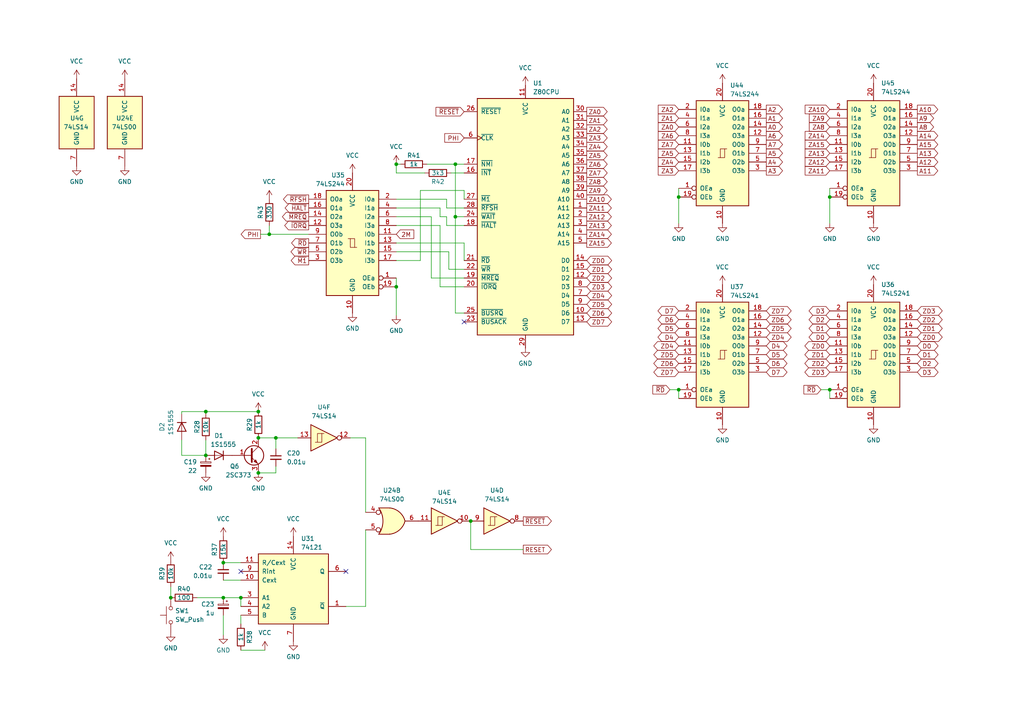
<source format=kicad_sch>
(kicad_sch (version 20230121) (generator eeschema)
  (paper "A4")
  (title_block (title "CPU") (date "2023-08-07") (comment 1 "U4 D,E,F/U24 B") (comment 2 "U31 U35 U36 U37 U44 U45 U46") (comment 4 "LS244の余りをクロックバッファに使っている"))
  (lib_symbols
    (symbol "74xx:74LS00" (pin_names (offset 1.016))
      (property "Reference" "U" (at 0 1.27 0))
      (property "Value" "74LS00" (at 0 -1.27 0))
      (symbol "74LS00_1_1"
        (arc (start 0 -3.81) (mid 3.7934 0) (end 0 3.81) (stroke (width 0.254)) (fill (type background)))
        (polyline (pts (xy 0 3.81) (xy -3.81 3.81) (xy -3.81 -3.81) (xy 0 -3.81)) (stroke (width 0.254)) (fill (type background)))
        (pin input line (at -7.62 2.54 0) (length 3.81) (name "~") (number "1"))
        (pin input line (at -7.62 -2.54 0) (length 3.81) (name "~") (number "2"))
        (pin output inverted (at 7.62 0 180) (length 3.81) (name "~") (number "3"))
      )
      (symbol "74LS00_1_2"
        (arc (start -3.81 -3.81) (mid -2.589 0) (end -3.81 3.81) (stroke (width 0.254)))
        (arc (start -0.6096 -3.81) (mid 2.1842 -2.5851) (end 3.81 0) (stroke (width 0.254)) (fill (type background)))
        (polyline (pts (xy -3.81 -3.81) (xy -0.635 -3.81)) (stroke (width 0.254)) (fill (type background)))
        (polyline (pts (xy -3.81 3.81) (xy -0.635 3.81)) (stroke (width 0.254)) (fill (type background)))
        (polyline (pts (xy -0.635 3.81) (xy -3.81 3.81) (xy -3.81 3.81) (xy -3.556 3.4036) (xy -3.0226 2.2606) (xy -2.6924 1.0414) (xy -2.6162 -0.254) (xy -2.7686 -1.4986) (xy -3.175 -2.7178) (xy -3.81 -3.81) (xy -3.81 -3.81) (xy -0.635 -3.81)) (stroke (width -25.4)) (fill (type background)))
        (arc (start 3.81 0) (mid 2.1915 2.5936) (end -0.6096 3.81) (stroke (width 0.254)) (fill (type background)))
        (pin input inverted (at -7.62 2.54 0) (length 4.318) (name "~") (number "1"))
        (pin input inverted (at -7.62 -2.54 0) (length 4.318) (name "~") (number "2"))
        (pin output line (at 7.62 0 180) (length 3.81) (name "~") (number "3"))
      )
      (symbol "74LS00_2_1"
        (arc (start 0 -3.81) (mid 3.7934 0) (end 0 3.81) (stroke (width 0.254)) (fill (type background)))
        (polyline (pts (xy 0 3.81) (xy -3.81 3.81) (xy -3.81 -3.81) (xy 0 -3.81)) (stroke (width 0.254)) (fill (type background)))
        (pin input line (at -7.62 2.54 0) (length 3.81) (name "~") (number "4"))
        (pin input line (at -7.62 -2.54 0) (length 3.81) (name "~") (number "5"))
        (pin output inverted (at 7.62 0 180) (length 3.81) (name "~") (number "6"))
      )
      (symbol "74LS00_2_2"
        (arc (start -3.81 -3.81) (mid -2.589 0) (end -3.81 3.81) (stroke (width 0.254)))
        (arc (start -0.6096 -3.81) (mid 2.1842 -2.5851) (end 3.81 0) (stroke (width 0.254)) (fill (type background)))
        (polyline (pts (xy -3.81 -3.81) (xy -0.635 -3.81)) (stroke (width 0.254)) (fill (type background)))
        (polyline (pts (xy -3.81 3.81) (xy -0.635 3.81)) (stroke (width 0.254)) (fill (type background)))
        (polyline (pts (xy -0.635 3.81) (xy -3.81 3.81) (xy -3.81 3.81) (xy -3.556 3.4036) (xy -3.0226 2.2606) (xy -2.6924 1.0414) (xy -2.6162 -0.254) (xy -2.7686 -1.4986) (xy -3.175 -2.7178) (xy -3.81 -3.81) (xy -3.81 -3.81) (xy -0.635 -3.81)) (stroke (width -25.4)) (fill (type background)))
        (arc (start 3.81 0) (mid 2.1915 2.5936) (end -0.6096 3.81) (stroke (width 0.254)) (fill (type background)))
        (pin input inverted (at -7.62 2.54 0) (length 4.318) (name "~") (number "4"))
        (pin input inverted (at -7.62 -2.54 0) (length 4.318) (name "~") (number "5"))
        (pin output line (at 7.62 0 180) (length 3.81) (name "~") (number "6"))
      )
      (symbol "74LS00_3_1"
        (arc (start 0 -3.81) (mid 3.7934 0) (end 0 3.81) (stroke (width 0.254)) (fill (type background)))
        (polyline (pts (xy 0 3.81) (xy -3.81 3.81) (xy -3.81 -3.81) (xy 0 -3.81)) (stroke (width 0.254)) (fill (type background)))
        (pin input line (at -7.62 -2.54 0) (length 3.81) (name "~") (number "10"))
        (pin output inverted (at 7.62 0 180) (length 3.81) (name "~") (number "8"))
        (pin input line (at -7.62 2.54 0) (length 3.81) (name "~") (number "9"))
      )
      (symbol "74LS00_3_2"
        (arc (start -3.81 -3.81) (mid -2.589 0) (end -3.81 3.81) (stroke (width 0.254)))
        (arc (start -0.6096 -3.81) (mid 2.1842 -2.5851) (end 3.81 0) (stroke (width 0.254)) (fill (type background)))
        (polyline (pts (xy -3.81 -3.81) (xy -0.635 -3.81)) (stroke (width 0.254)) (fill (type background)))
        (polyline (pts (xy -3.81 3.81) (xy -0.635 3.81)) (stroke (width 0.254)) (fill (type background)))
        (polyline (pts (xy -0.635 3.81) (xy -3.81 3.81) (xy -3.81 3.81) (xy -3.556 3.4036) (xy -3.0226 2.2606) (xy -2.6924 1.0414) (xy -2.6162 -0.254) (xy -2.7686 -1.4986) (xy -3.175 -2.7178) (xy -3.81 -3.81) (xy -3.81 -3.81) (xy -0.635 -3.81)) (stroke (width -25.4)) (fill (type background)))
        (arc (start 3.81 0) (mid 2.1915 2.5936) (end -0.6096 3.81) (stroke (width 0.254)) (fill (type background)))
        (pin input inverted (at -7.62 -2.54 0) (length 4.318) (name "~") (number "10"))
        (pin output line (at 7.62 0 180) (length 3.81) (name "~") (number "8"))
        (pin input inverted (at -7.62 2.54 0) (length 4.318) (name "~") (number "9"))
      )
      (symbol "74LS00_4_1"
        (arc (start 0 -3.81) (mid 3.7934 0) (end 0 3.81) (stroke (width 0.254)) (fill (type background)))
        (polyline (pts (xy 0 3.81) (xy -3.81 3.81) (xy -3.81 -3.81) (xy 0 -3.81)) (stroke (width 0.254)) (fill (type background)))
        (pin output inverted (at 7.62 0 180) (length 3.81) (name "~") (number "11"))
        (pin input line (at -7.62 2.54 0) (length 3.81) (name "~") (number "12"))
        (pin input line (at -7.62 -2.54 0) (length 3.81) (name "~") (number "13"))
      )
      (symbol "74LS00_4_2"
        (arc (start -3.81 -3.81) (mid -2.589 0) (end -3.81 3.81) (stroke (width 0.254)))
        (arc (start -0.6096 -3.81) (mid 2.1842 -2.5851) (end 3.81 0) (stroke (width 0.254)) (fill (type background)))
        (polyline (pts (xy -3.81 -3.81) (xy -0.635 -3.81)) (stroke (width 0.254)) (fill (type background)))
        (polyline (pts (xy -3.81 3.81) (xy -0.635 3.81)) (stroke (width 0.254)) (fill (type background)))
        (polyline (pts (xy -0.635 3.81) (xy -3.81 3.81) (xy -3.81 3.81) (xy -3.556 3.4036) (xy -3.0226 2.2606) (xy -2.6924 1.0414) (xy -2.6162 -0.254) (xy -2.7686 -1.4986) (xy -3.175 -2.7178) (xy -3.81 -3.81) (xy -3.81 -3.81) (xy -0.635 -3.81)) (stroke (width -25.4)) (fill (type background)))
        (arc (start 3.81 0) (mid 2.1915 2.5936) (end -0.6096 3.81) (stroke (width 0.254)) (fill (type background)))
        (pin output line (at 7.62 0 180) (length 3.81) (name "~") (number "11"))
        (pin input inverted (at -7.62 2.54 0) (length 4.318) (name "~") (number "12"))
        (pin input inverted (at -7.62 -2.54 0) (length 4.318) (name "~") (number "13"))
      )
      (symbol "74LS00_5_0"
        (pin power_in line (at 0 12.7 270) (length 5.08) (name "VCC") (number "14"))
        (pin power_in line (at 0 -12.7 90) (length 5.08) (name "GND") (number "7"))
      )
      (symbol "74LS00_5_1"
        (rectangle (start -5.08 7.62) (end 5.08 -7.62) (stroke (width 0.254)) (fill (type background)))
      )
    )
    (symbol "74xx:74LS121" (pin_names (offset 1.016))
      (property "Reference" "U" (at -7.62 11.43 0))
      (property "Value" "74LS121" (at -7.62 -11.43 0))
      (symbol "74LS121_1_0"
        (pin output line (at 15.24 -5.08 180) (length 5.08) (name "~{Q}") (number "1"))
        (pin input line (at -15.24 2.54 0) (length 5.08) (name "Cext") (number "10"))
        (pin input line (at -15.24 7.62 0) (length 5.08) (name "R/Cext") (number "11"))
        (pin power_in line (at 0 15.24 270) (length 5.08) (name "VCC") (number "14"))
        (pin input line (at -15.24 -2.54 0) (length 5.08) (name "A1") (number "3"))
        (pin input line (at -15.24 -5.08 0) (length 5.08) (name "A2") (number "4"))
        (pin input line (at -15.24 -7.62 0) (length 5.08) (name "B") (number "5"))
        (pin output line (at 15.24 5.08 180) (length 5.08) (name "Q") (number "6"))
        (pin power_in line (at 0 -15.24 90) (length 5.08) (name "GND") (number "7"))
        (pin input line (at -15.24 5.08 0) (length 5.08) (name "Rint") (number "9"))
      )
      (symbol "74LS121_1_1"
        (rectangle (start -10.16 10.16) (end 10.16 -10.16) (stroke (width 0.254)) (fill (type background)))
      )
    )
    (symbol "74xx:74LS14" (pin_names (offset 1.016))
      (property "Reference" "U" (at 0 1.27 0))
      (property "Value" "74LS14" (at 0 -1.27 0))
      (symbol "74LS14_1_0"
        (polyline (pts (xy -3.81 3.81) (xy -3.81 -3.81) (xy 3.81 0) (xy -3.81 3.81)) (stroke (width 0.254)) (fill (type background)))
        (pin input line (at -7.62 0 0) (length 3.81) (name "~") (number "1"))
        (pin output inverted (at 7.62 0 180) (length 3.81) (name "~") (number "2"))
      )
      (symbol "74LS14_1_1"
        (polyline (pts (xy -1.905 -1.27) (xy -1.905 1.27) (xy -0.635 1.27)))
        (polyline (pts (xy -2.54 -1.27) (xy -0.635 -1.27) (xy -0.635 1.27) (xy 0 1.27)))
      )
      (symbol "74LS14_2_0"
        (polyline (pts (xy -3.81 3.81) (xy -3.81 -3.81) (xy 3.81 0) (xy -3.81 3.81)) (stroke (width 0.254)) (fill (type background)))
        (pin input line (at -7.62 0 0) (length 3.81) (name "~") (number "3"))
        (pin output inverted (at 7.62 0 180) (length 3.81) (name "~") (number "4"))
      )
      (symbol "74LS14_2_1"
        (polyline (pts (xy -1.905 -1.27) (xy -1.905 1.27) (xy -0.635 1.27)))
        (polyline (pts (xy -2.54 -1.27) (xy -0.635 -1.27) (xy -0.635 1.27) (xy 0 1.27)))
      )
      (symbol "74LS14_3_0"
        (polyline (pts (xy -3.81 3.81) (xy -3.81 -3.81) (xy 3.81 0) (xy -3.81 3.81)) (stroke (width 0.254)) (fill (type background)))
        (pin input line (at -7.62 0 0) (length 3.81) (name "~") (number "5"))
        (pin output inverted (at 7.62 0 180) (length 3.81) (name "~") (number "6"))
      )
      (symbol "74LS14_3_1"
        (polyline (pts (xy -1.905 -1.27) (xy -1.905 1.27) (xy -0.635 1.27)))
        (polyline (pts (xy -2.54 -1.27) (xy -0.635 -1.27) (xy -0.635 1.27) (xy 0 1.27)))
      )
      (symbol "74LS14_4_0"
        (polyline (pts (xy -3.81 3.81) (xy -3.81 -3.81) (xy 3.81 0) (xy -3.81 3.81)) (stroke (width 0.254)) (fill (type background)))
        (pin output inverted (at 7.62 0 180) (length 3.81) (name "~") (number "8"))
        (pin input line (at -7.62 0 0) (length 3.81) (name "~") (number "9"))
      )
      (symbol "74LS14_4_1"
        (polyline (pts (xy -1.905 -1.27) (xy -1.905 1.27) (xy -0.635 1.27)))
        (polyline (pts (xy -2.54 -1.27) (xy -0.635 -1.27) (xy -0.635 1.27) (xy 0 1.27)))
      )
      (symbol "74LS14_5_0"
        (polyline (pts (xy -3.81 3.81) (xy -3.81 -3.81) (xy 3.81 0) (xy -3.81 3.81)) (stroke (width 0.254)) (fill (type background)))
        (pin output inverted (at 7.62 0 180) (length 3.81) (name "~") (number "10"))
        (pin input line (at -7.62 0 0) (length 3.81) (name "~") (number "11"))
      )
      (symbol "74LS14_5_1"
        (polyline (pts (xy -1.905 -1.27) (xy -1.905 1.27) (xy -0.635 1.27)))
        (polyline (pts (xy -2.54 -1.27) (xy -0.635 -1.27) (xy -0.635 1.27) (xy 0 1.27)))
      )
      (symbol "74LS14_6_0"
        (polyline (pts (xy -3.81 3.81) (xy -3.81 -3.81) (xy 3.81 0) (xy -3.81 3.81)) (stroke (width 0.254)) (fill (type background)))
        (pin output inverted (at 7.62 0 180) (length 3.81) (name "~") (number "12"))
        (pin input line (at -7.62 0 0) (length 3.81) (name "~") (number "13"))
      )
      (symbol "74LS14_6_1"
        (polyline (pts (xy -1.905 -1.27) (xy -1.905 1.27) (xy -0.635 1.27)))
        (polyline (pts (xy -2.54 -1.27) (xy -0.635 -1.27) (xy -0.635 1.27) (xy 0 1.27)))
      )
      (symbol "74LS14_7_0"
        (pin power_in line (at 0 12.7 270) (length 5.08) (name "VCC") (number "14"))
        (pin power_in line (at 0 -12.7 90) (length 5.08) (name "GND") (number "7"))
      )
      (symbol "74LS14_7_1"
        (rectangle (start -5.08 7.62) (end 5.08 -7.62) (stroke (width 0.254)) (fill (type background)))
      )
    )
    (symbol "74xx:74LS241" (pin_names (offset 1.016))
      (property "Reference" "U" (at -7.62 16.51 0))
      (property "Value" "74LS241" (at -7.62 -16.51 0))
      (symbol "74LS241_1_0"
        (polyline (pts (xy -0.635 -1.27) (xy -0.635 1.27) (xy 0.635 1.27)))
        (polyline (pts (xy -1.27 -1.27) (xy 0.635 -1.27) (xy 0.635 1.27) (xy 1.27 1.27)))
        (pin input inverted (at -12.7 -10.16 0) (length 5.08) (name "OEa") (number "1"))
        (pin power_in line (at 0 -20.32 90) (length 5.08) (name "GND") (number "10"))
        (pin input line (at -12.7 2.54 0) (length 5.08) (name "I0b") (number "11"))
        (pin tri_state line (at 12.7 5.08 180) (length 5.08) (name "O3a") (number "12"))
        (pin input line (at -12.7 0 0) (length 5.08) (name "I1b") (number "13"))
        (pin tri_state line (at 12.7 7.62 180) (length 5.08) (name "O2a") (number "14"))
        (pin input line (at -12.7 -2.54 0) (length 5.08) (name "I2b") (number "15"))
        (pin tri_state line (at 12.7 10.16 180) (length 5.08) (name "O1a") (number "16"))
        (pin input line (at -12.7 -5.08 0) (length 5.08) (name "I3b") (number "17"))
        (pin tri_state line (at 12.7 12.7 180) (length 5.08) (name "O0a") (number "18"))
        (pin input line (at -12.7 -12.7 0) (length 5.08) (name "OEb") (number "19"))
        (pin input line (at -12.7 12.7 0) (length 5.08) (name "I0a") (number "2"))
        (pin power_in line (at 0 20.32 270) (length 5.08) (name "VCC") (number "20"))
        (pin tri_state line (at 12.7 -5.08 180) (length 5.08) (name "O3b") (number "3"))
        (pin input line (at -12.7 10.16 0) (length 5.08) (name "I1a") (number "4"))
        (pin tri_state line (at 12.7 -2.54 180) (length 5.08) (name "O2b") (number "5"))
        (pin input line (at -12.7 7.62 0) (length 5.08) (name "I2a") (number "6"))
        (pin tri_state line (at 12.7 0 180) (length 5.08) (name "O1b") (number "7"))
        (pin input line (at -12.7 5.08 0) (length 5.08) (name "I3a") (number "8"))
        (pin tri_state line (at 12.7 2.54 180) (length 5.08) (name "O0b") (number "9"))
      )
      (symbol "74LS241_1_1"
        (rectangle (start -7.62 15.24) (end 7.62 -15.24) (stroke (width 0.254)) (fill (type background)))
      )
    )
    (symbol "74xx:74LS244" (pin_names (offset 1.016))
      (property "Reference" "U" (at -7.62 16.51 0))
      (property "Value" "74LS244" (at -7.62 -16.51 0))
      (symbol "74LS244_1_0"
        (polyline (pts (xy -0.635 -1.27) (xy -0.635 1.27) (xy 0.635 1.27)))
        (polyline (pts (xy -1.27 -1.27) (xy 0.635 -1.27) (xy 0.635 1.27) (xy 1.27 1.27)))
        (pin input inverted (at -12.7 -10.16 0) (length 5.08) (name "OEa") (number "1"))
        (pin power_in line (at 0 -20.32 90) (length 5.08) (name "GND") (number "10"))
        (pin input line (at -12.7 2.54 0) (length 5.08) (name "I0b") (number "11"))
        (pin tri_state line (at 12.7 5.08 180) (length 5.08) (name "O3a") (number "12"))
        (pin input line (at -12.7 0 0) (length 5.08) (name "I1b") (number "13"))
        (pin tri_state line (at 12.7 7.62 180) (length 5.08) (name "O2a") (number "14"))
        (pin input line (at -12.7 -2.54 0) (length 5.08) (name "I2b") (number "15"))
        (pin tri_state line (at 12.7 10.16 180) (length 5.08) (name "O1a") (number "16"))
        (pin input line (at -12.7 -5.08 0) (length 5.08) (name "I3b") (number "17"))
        (pin tri_state line (at 12.7 12.7 180) (length 5.08) (name "O0a") (number "18"))
        (pin input inverted (at -12.7 -12.7 0) (length 5.08) (name "OEb") (number "19"))
        (pin input line (at -12.7 12.7 0) (length 5.08) (name "I0a") (number "2"))
        (pin power_in line (at 0 20.32 270) (length 5.08) (name "VCC") (number "20"))
        (pin tri_state line (at 12.7 -5.08 180) (length 5.08) (name "O3b") (number "3"))
        (pin input line (at -12.7 10.16 0) (length 5.08) (name "I1a") (number "4"))
        (pin tri_state line (at 12.7 -2.54 180) (length 5.08) (name "O2b") (number "5"))
        (pin input line (at -12.7 7.62 0) (length 5.08) (name "I2a") (number "6"))
        (pin tri_state line (at 12.7 0 180) (length 5.08) (name "O1b") (number "7"))
        (pin input line (at -12.7 5.08 0) (length 5.08) (name "I3a") (number "8"))
        (pin tri_state line (at 12.7 2.54 180) (length 5.08) (name "O0b") (number "9"))
      )
      (symbol "74LS244_1_1"
        (rectangle (start -7.62 15.24) (end 7.62 -15.24) (stroke (width 0.254)) (fill (type background)))
      )
    )
    (symbol "CPU:Z80CPU" (pin_names (offset 1.016))
      (property "Reference" "U" (at -13.97 35.56 0))
      (property "Value" "Z80CPU" (at 6.35 35.56 0))
      (symbol "Z80CPU_0_1"
        (rectangle (start -13.97 34.29) (end 13.97 -34.29) (stroke (width 0.254)) (fill (type background)))
      )
      (symbol "Z80CPU_1_1"
        (pin output line (at 17.78 2.54 180) (length 3.81) (name "A11") (number "1"))
        (pin bidirectional line (at 17.78 -27.94 180) (length 3.81) (name "D6") (number "10"))
        (pin power_in line (at 0 38.1 270) (length 3.81) (name "VCC") (number "11"))
        (pin bidirectional line (at 17.78 -17.78 180) (length 3.81) (name "D2") (number "12"))
        (pin bidirectional line (at 17.78 -30.48 180) (length 3.81) (name "D7") (number "13"))
        (pin bidirectional line (at 17.78 -12.7 180) (length 3.81) (name "D0") (number "14"))
        (pin bidirectional line (at 17.78 -15.24 180) (length 3.81) (name "D1") (number "15"))
        (pin input line (at -17.78 12.7 0) (length 3.81) (name "~{INT}") (number "16"))
        (pin input line (at -17.78 15.24 0) (length 3.81) (name "~{NMI}") (number "17"))
        (pin output line (at -17.78 -2.54 0) (length 3.81) (name "~{HALT}") (number "18"))
        (pin output line (at -17.78 -17.78 0) (length 3.81) (name "~{MREQ}") (number "19"))
        (pin output line (at 17.78 0 180) (length 3.81) (name "A12") (number "2"))
        (pin output line (at -17.78 -20.32 0) (length 3.81) (name "~{IORQ}") (number "20"))
        (pin output line (at -17.78 -12.7 0) (length 3.81) (name "~{RD}") (number "21"))
        (pin output line (at -17.78 -15.24 0) (length 3.81) (name "~{WR}") (number "22"))
        (pin output line (at -17.78 -30.48 0) (length 3.81) (name "~{BUSACK}") (number "23"))
        (pin input line (at -17.78 0 0) (length 3.81) (name "~{WAIT}") (number "24"))
        (pin input line (at -17.78 -27.94 0) (length 3.81) (name "~{BUSRQ}") (number "25"))
        (pin input line (at -17.78 30.48 0) (length 3.81) (name "~{RESET}") (number "26"))
        (pin output line (at -17.78 5.08 0) (length 3.81) (name "~{M1}") (number "27"))
        (pin output line (at -17.78 2.54 0) (length 3.81) (name "~{RFSH}") (number "28"))
        (pin power_in line (at 0 -38.1 90) (length 3.81) (name "GND") (number "29"))
        (pin output line (at 17.78 -2.54 180) (length 3.81) (name "A13") (number "3"))
        (pin output line (at 17.78 30.48 180) (length 3.81) (name "A0") (number "30"))
        (pin output line (at 17.78 27.94 180) (length 3.81) (name "A1") (number "31"))
        (pin output line (at 17.78 25.4 180) (length 3.81) (name "A2") (number "32"))
        (pin output line (at 17.78 22.86 180) (length 3.81) (name "A3") (number "33"))
        (pin output line (at 17.78 20.32 180) (length 3.81) (name "A4") (number "34"))
        (pin output line (at 17.78 17.78 180) (length 3.81) (name "A5") (number "35"))
        (pin output line (at 17.78 15.24 180) (length 3.81) (name "A6") (number "36"))
        (pin output line (at 17.78 12.7 180) (length 3.81) (name "A7") (number "37"))
        (pin output line (at 17.78 10.16 180) (length 3.81) (name "A8") (number "38"))
        (pin output line (at 17.78 7.62 180) (length 3.81) (name "A9") (number "39"))
        (pin output line (at 17.78 -5.08 180) (length 3.81) (name "A14") (number "4"))
        (pin output line (at 17.78 5.08 180) (length 3.81) (name "A10") (number "40"))
        (pin output line (at 17.78 -7.62 180) (length 3.81) (name "A15") (number "5"))
        (pin input clock (at -17.78 22.86 0) (length 3.81) (name "~{CLK}") (number "6"))
        (pin bidirectional line (at 17.78 -22.86 180) (length 3.81) (name "D4") (number "7"))
        (pin bidirectional line (at 17.78 -20.32 180) (length 3.81) (name "D3") (number "8"))
        (pin bidirectional line (at 17.78 -25.4 180) (length 3.81) (name "D5") (number "9"))
      )
    )
    (symbol "Device:C_Polarized_Small" (pin_numbers hide) (pin_names (offset 0.254) hide)
      (property "Reference" "C" (at 0.254 1.778 0))
      (property "Value" "C_Polarized_Small" (at 0.254 -2.032 0))
      (symbol "C_Polarized_Small_0_1"
        (rectangle (start -1.524 -0.3048) (end 1.524 -0.6858) (fill (type outline)))
        (rectangle (start -1.524 0.6858) (end 1.524 0.3048))
        (polyline (pts (xy -1.27 1.524) (xy -0.762 1.524)))
        (polyline (pts (xy -1.016 1.27) (xy -1.016 1.778)))
      )
      (symbol "C_Polarized_Small_1_1"
        (pin passive line (at 0 2.54 270) (length 1.8542) (name "~") (number "1"))
        (pin passive line (at 0 -2.54 90) (length 1.8542) (name "~") (number "2"))
      )
    )
    (symbol "Device:C_Small" (pin_numbers hide) (pin_names (offset 0.254) hide)
      (property "Reference" "C" (at 0.254 1.778 0))
      (property "Value" "C_Small" (at 0.254 -2.032 0))
      (symbol "C_Small_0_1"
        (polyline (pts (xy -1.524 -0.508) (xy 1.524 -0.508)) (stroke (width 0.3302)))
        (polyline (pts (xy -1.524 0.508) (xy 1.524 0.508)) (stroke (width 0.3048)))
      )
      (symbol "C_Small_1_1"
        (pin passive line (at 0 2.54 270) (length 2.032) (name "~") (number "1"))
        (pin passive line (at 0 -2.54 90) (length 2.032) (name "~") (number "2"))
      )
    )
    (symbol "Device:Q_NPN_BCE" (pin_names (offset 0) hide)
      (property "Reference" "Q" (at 5.08 1.27 0))
      (property "Value" "Q_NPN_BCE" (at 5.08 -1.27 0))
      (symbol "Q_NPN_BCE_0_1"
        (polyline (pts (xy 0.635 0.635) (xy 2.54 2.54)))
        (polyline (pts (xy 0.635 -0.635) (xy 2.54 -2.54) (xy 2.54 -2.54)))
        (polyline (pts (xy 0.635 1.905) (xy 0.635 -1.905) (xy 0.635 -1.905)) (stroke (width 0.508)))
        (polyline (pts (xy 1.27 -1.778) (xy 1.778 -1.27) (xy 2.286 -2.286) (xy 1.27 -1.778) (xy 1.27 -1.778)) (fill (type outline)))
        (circle (center 1.27 0) (radius 2.8194) (stroke (width 0.254)))
      )
      (symbol "Q_NPN_BCE_1_1"
        (pin input line (at -5.08 0 0) (length 5.715) (name "B") (number "1"))
        (pin passive line (at 2.54 5.08 270) (length 2.54) (name "C") (number "2"))
        (pin passive line (at 2.54 -5.08 90) (length 2.54) (name "E") (number "3"))
      )
    )
    (symbol "Device:R" (pin_numbers hide) (pin_names (offset 0))
      (property "Reference" "R" (at 2.032 0 90))
      (property "Value" "R" (at 0 0 90))
      (symbol "R_0_1"
        (rectangle (start -1.016 -2.54) (end 1.016 2.54) (stroke (width 0.254)))
      )
      (symbol "R_1_1"
        (pin passive line (at 0 3.81 270) (length 1.27) (name "~") (number "1"))
        (pin passive line (at 0 -3.81 90) (length 1.27) (name "~") (number "2"))
      )
    )
    (symbol "Diode:1N4001" (pin_numbers hide) (pin_names hide)
      (property "Reference" "D" (at 0 2.54 0))
      (property "Value" "1N4001" (at 0 -2.54 0))
      (symbol "1N4001_0_1"
        (polyline (pts (xy -1.27 1.27) (xy -1.27 -1.27)) (stroke (width 0.254)))
        (polyline (pts (xy 1.27 0) (xy -1.27 0)))
        (polyline (pts (xy 1.27 1.27) (xy 1.27 -1.27) (xy -1.27 0) (xy 1.27 1.27)) (stroke (width 0.254)))
      )
      (symbol "1N4001_1_1"
        (pin passive line (at -3.81 0 0) (length 2.54) (name "K") (number "1"))
        (pin passive line (at 3.81 0 180) (length 2.54) (name "A") (number "2"))
      )
    )
    (symbol "Switch:SW_Push" (pin_numbers hide) (pin_names (offset 1.016) hide)
      (property "Reference" "SW" (at 1.27 2.54 0))
      (property "Value" "SW_Push" (at 0 -1.524 0))
      (symbol "SW_Push_0_1"
        (circle (center -2.032 0) (radius 0.508))
        (polyline (pts (xy 0 1.27) (xy 0 3.048)))
        (polyline (pts (xy 2.54 1.27) (xy -2.54 1.27)))
        (circle (center 2.032 0) (radius 0.508))
        (pin passive line (at -5.08 0 0) (length 2.54) (name "1") (number "1"))
        (pin passive line (at 5.08 0 180) (length 2.54) (name "2") (number "2"))
      )
    )
    (symbol "power:GND" (power) (pin_names (offset 0))
      (property "Value" "GND" (at 0 -3.81 0))
      (symbol "GND_0_1"
        (polyline (pts (xy 0 0) (xy 0 -1.27) (xy 1.27 -1.27) (xy 0 -2.54) (xy -1.27 -1.27) (xy 0 -1.27)))
      )
      (symbol "GND_1_1"
        (pin power_in line (at 0 0 270) (length 0) hide (name "GND") (number "1"))
      )
    )
    (symbol "power:VCC" (power) (pin_names (offset 0))
      (property "Value" "VCC" (at 0 3.81 0))
      (symbol "VCC_0_1"
        (polyline (pts (xy -0.762 1.27) (xy 0 2.54)))
        (polyline (pts (xy 0 0) (xy 0 2.54)))
        (polyline (pts (xy 0 2.54) (xy 0.762 1.27)))
      )
      (symbol "VCC_1_1"
        (pin power_in line (at 0 0 90) (length 0) hide (name "VCC") (number "1"))
      )
    )
  )
  (junction (at 136.525 151.13))
  (junction (at 74.93 137.16))
  (junction (at 64.77 173.355))
  (junction (at 59.69 132.08))
  (junction (at 49.53 173.355))
  (junction (at 74.93 127))
  (junction (at 64.77 163.195))
  (junction (at 114.935 47.625))
  (junction (at 132.08 47.625))
  (junction (at 196.85 113.03))
  (junction (at 114.935 83.185))
  (junction (at 59.69 119.38))
  (junction (at 196.85 57.15))
  (junction (at 74.93 119.38))
  (junction (at 240.665 57.15))
  (junction (at 78.105 67.945))
  (junction (at 80.01 127))
  (junction (at 69.85 173.355))
  (junction (at 240.665 113.03))
  (junction (at 132.08 62.865))
  (no_connect (at 69.85 165.735))
  (no_connect (at 134.62 93.345))
  (no_connect (at 100.33 165.735))
  (wire (pts (xy 196.85 113.03) (xy 196.85 115.57)))
  (wire (pts (xy 127.635 62.865) (xy 129.54 62.865)))
  (wire (pts (xy 78.105 67.945) (xy 89.535 67.945)))
  (wire (pts (xy 74.93 119.38) (xy 59.69 119.38)))
  (wire (pts (xy 240.665 54.61) (xy 240.665 57.15)))
  (wire (pts (xy 114.935 47.625) (xy 114.935 50.165)))
  (wire (pts (xy 57.15 173.355) (xy 64.77 173.355)))
  (wire (pts (xy 52.705 119.38) (xy 52.705 120.015)))
  (wire (pts (xy 132.08 62.865) (xy 132.08 47.625)))
  (wire (pts (xy 59.69 119.38) (xy 59.69 120.015)))
  (wire (pts (xy 121.92 75.565) (xy 121.92 55.245)))
  (wire (pts (xy 69.85 178.435) (xy 69.85 180.975)))
  (wire (pts (xy 80.01 127) (xy 86.36 127)))
  (wire (pts (xy 114.935 80.645) (xy 114.935 83.185)))
  (wire (pts (xy 80.01 127) (xy 74.93 127)))
  (wire (pts (xy 114.935 47.625) (xy 116.205 47.625)))
  (wire (pts (xy 134.62 55.245) (xy 134.62 57.785)))
  (wire (pts (xy 136.525 159.385) (xy 136.525 151.13)))
  (wire (pts (xy 114.935 65.405) (xy 127.635 65.405)))
  (wire (pts (xy 114.935 75.565) (xy 121.92 75.565)))
  (wire (pts (xy 106.045 148.59) (xy 106.045 127)))
  (wire (pts (xy 78.105 65.405) (xy 78.105 67.945)))
  (wire (pts (xy 151.765 159.385) (xy 136.525 159.385)))
  (wire (pts (xy 129.54 65.405) (xy 134.62 65.405)))
  (wire (pts (xy 130.81 50.165) (xy 134.62 50.165)))
  (wire (pts (xy 74.93 137.16) (xy 80.01 137.16)))
  (wire (pts (xy 114.935 83.185) (xy 114.935 91.44)))
  (wire (pts (xy 64.77 178.435) (xy 64.77 184.15)))
  (wire (pts (xy 129.54 62.865) (xy 129.54 65.405)))
  (wire (pts (xy 127.635 60.325) (xy 127.635 62.865)))
  (wire (pts (xy 123.825 47.625) (xy 132.08 47.625)))
  (wire (pts (xy 121.92 55.245) (xy 134.62 55.245)))
  (wire (pts (xy 59.69 127.635) (xy 59.69 132.08)))
  (wire (pts (xy 49.53 170.18) (xy 49.53 173.355)))
  (wire (pts (xy 114.935 73.025) (xy 130.175 73.025)))
  (wire (pts (xy 125.095 80.645) (xy 125.095 62.865)))
  (wire (pts (xy 123.19 50.165) (xy 114.935 50.165)))
  (wire (pts (xy 130.175 78.105) (xy 134.62 78.105)))
  (wire (pts (xy 59.69 119.38) (xy 52.705 119.38)))
  (wire (pts (xy 64.77 173.355) (xy 69.85 173.355)))
  (wire (pts (xy 240.665 57.15) (xy 240.665 64.77)))
  (wire (pts (xy 134.62 83.185) (xy 127.635 83.185)))
  (wire (pts (xy 64.77 168.275) (xy 69.85 168.275)))
  (wire (pts (xy 240.665 113.03) (xy 240.665 115.57)))
  (wire (pts (xy 52.705 127.635) (xy 52.705 132.08)))
  (wire (pts (xy 69.85 188.595) (xy 76.835 188.595)))
  (wire (pts (xy 114.935 70.485) (xy 134.62 70.485)))
  (wire (pts (xy 238.125 113.03) (xy 240.665 113.03)))
  (wire (pts (xy 69.85 173.355) (xy 69.85 175.895)))
  (wire (pts (xy 80.01 137.16) (xy 80.01 135.255)))
  (wire (pts (xy 75.565 67.945) (xy 78.105 67.945)))
  (wire (pts (xy 80.01 130.175) (xy 80.01 127)))
  (wire (pts (xy 130.175 73.025) (xy 130.175 78.105)))
  (wire (pts (xy 196.85 57.15) (xy 196.85 64.77)))
  (wire (pts (xy 134.62 80.645) (xy 125.095 80.645)))
  (wire (pts (xy 114.935 57.785) (xy 129.54 57.785)))
  (wire (pts (xy 127.635 65.405) (xy 127.635 83.185)))
  (wire (pts (xy 129.54 60.325) (xy 134.62 60.325)))
  (wire (pts (xy 64.77 163.195) (xy 69.85 163.195)))
  (wire (pts (xy 132.08 47.625) (xy 134.62 47.625)))
  (wire (pts (xy 134.62 75.565) (xy 134.62 70.485)))
  (wire (pts (xy 129.54 57.785) (xy 129.54 60.325)))
  (wire (pts (xy 125.095 62.865) (xy 114.935 62.865)))
  (wire (pts (xy 114.935 60.325) (xy 127.635 60.325)))
  (wire (pts (xy 106.045 153.67) (xy 106.045 175.895)))
  (wire (pts (xy 196.85 54.61) (xy 196.85 57.15)))
  (wire (pts (xy 134.62 90.805) (xy 132.08 90.805)))
  (wire (pts (xy 106.045 175.895) (xy 100.33 175.895)))
  (wire (pts (xy 194.31 113.03) (xy 196.85 113.03)))
  (wire (pts (xy 132.08 62.865) (xy 134.62 62.865)))
  (wire (pts (xy 106.045 127) (xy 101.6 127)))
  (wire (pts (xy 132.08 90.805) (xy 132.08 62.865)))
  (wire (pts (xy 52.705 132.08) (xy 59.69 132.08)))
  (global_label "A4" (shape output) (at 222.25 46.99 0) (property "Intersheetrefs" "${INTERSHEET_REFS}" (effects hide)))
  (global_label "ZA3" (shape output) (at 170.18 40.005 0) (property "Intersheetrefs" "${INTERSHEET_REFS}" (effects hide)))
  (global_label "A12" (shape output) (at 266.065 46.99 0) (property "Intersheetrefs" "${INTERSHEET_REFS}" (effects hide)))
  (global_label "ZD1" (shape bidirectional) (at 266.065 95.25 0) (property "Intersheetrefs" "${INTERSHEET_REFS}" (effects hide)))
  (global_label "ZD5" (shape bidirectional) (at 196.85 102.87 180) (property "Intersheetrefs" "${INTERSHEET_REFS}" (effects hide)))
  (global_label "ZA14" (shape output) (at 170.18 67.945 0) (property "Intersheetrefs" "${INTERSHEET_REFS}" (effects hide)))
  (global_label "ZA9" (shape output) (at 170.18 55.245 0) (property "Intersheetrefs" "${INTERSHEET_REFS}" (effects hide)))
  (global_label "~{RD}" (shape output) (at 89.535 70.485 180) (property "Intersheetrefs" "${INTERSHEET_REFS}" (effects hide)))
  (global_label "ZA12" (shape input) (at 240.665 46.99 180) (property "Intersheetrefs" "${INTERSHEET_REFS}" (effects hide)))
  (global_label "~{RFSH}" (shape output) (at 89.535 57.785 180) (property "Intersheetrefs" "${INTERSHEET_REFS}" (effects hide)))
  (global_label "D7" (shape bidirectional) (at 222.25 107.95 0) (property "Intersheetrefs" "${INTERSHEET_REFS}" (effects hide)))
  (global_label "~{RESET}" (shape input) (at 134.62 32.385 180) (property "Intersheetrefs" "${INTERSHEET_REFS}" (effects hide)))
  (global_label "ZA8" (shape output) (at 170.18 52.705 0) (property "Intersheetrefs" "${INTERSHEET_REFS}" (effects hide)))
  (global_label "ZA8" (shape input) (at 240.665 36.83 180) (property "Intersheetrefs" "${INTERSHEET_REFS}" (effects hide)))
  (global_label "ZA0" (shape output) (at 170.18 32.385 0) (property "Intersheetrefs" "${INTERSHEET_REFS}" (effects hide)))
  (global_label "D2" (shape bidirectional) (at 240.665 92.71 180) (property "Intersheetrefs" "${INTERSHEET_REFS}" (effects hide)))
  (global_label "ZD6" (shape bidirectional) (at 170.18 90.805 0) (property "Intersheetrefs" "${INTERSHEET_REFS}" (effects hide)))
  (global_label "~{RESET}" (shape output) (at 151.765 151.13 0) (property "Intersheetrefs" "${INTERSHEET_REFS}" (effects hide)))
  (global_label "ZA14" (shape input) (at 240.665 39.37 180) (property "Intersheetrefs" "${INTERSHEET_REFS}" (effects hide)))
  (global_label "ZD7" (shape bidirectional) (at 170.18 93.345 0) (property "Intersheetrefs" "${INTERSHEET_REFS}" (effects hide)))
  (global_label "D3" (shape bidirectional) (at 266.065 107.95 0) (property "Intersheetrefs" "${INTERSHEET_REFS}" (effects hide)))
  (global_label "A14" (shape output) (at 266.065 39.37 0) (property "Intersheetrefs" "${INTERSHEET_REFS}" (effects hide)))
  (global_label "A7" (shape output) (at 222.25 41.91 0) (property "Intersheetrefs" "${INTERSHEET_REFS}" (effects hide)))
  (global_label "ZD4" (shape bidirectional) (at 170.18 85.725 0) (property "Intersheetrefs" "${INTERSHEET_REFS}" (effects hide)))
  (global_label "A6" (shape output) (at 222.25 39.37 0) (property "Intersheetrefs" "${INTERSHEET_REFS}" (effects hide)))
  (global_label "A15" (shape output) (at 266.065 41.91 0) (property "Intersheetrefs" "${INTERSHEET_REFS}" (effects hide)))
  (global_label "ZA4" (shape output) (at 170.18 42.545 0) (property "Intersheetrefs" "${INTERSHEET_REFS}" (effects hide)))
  (global_label "D1" (shape bidirectional) (at 266.065 102.87 0) (property "Intersheetrefs" "${INTERSHEET_REFS}" (effects hide)))
  (global_label "ZA2" (shape output) (at 170.18 37.465 0) (property "Intersheetrefs" "${INTERSHEET_REFS}" (effects hide)))
  (global_label "ZD2" (shape bidirectional) (at 266.065 92.71 0) (property "Intersheetrefs" "${INTERSHEET_REFS}" (effects hide)))
  (global_label "A2" (shape output) (at 222.25 31.75 0) (property "Intersheetrefs" "${INTERSHEET_REFS}" (effects hide)))
  (global_label "D7" (shape bidirectional) (at 196.85 90.17 180) (property "Intersheetrefs" "${INTERSHEET_REFS}" (effects hide)))
  (global_label "D6" (shape bidirectional) (at 196.85 92.71 180) (property "Intersheetrefs" "${INTERSHEET_REFS}" (effects hide)))
  (global_label "ZD4" (shape bidirectional) (at 196.85 100.33 180) (property "Intersheetrefs" "${INTERSHEET_REFS}" (effects hide)))
  (global_label "ZD4" (shape bidirectional) (at 222.25 97.79 0) (property "Intersheetrefs" "${INTERSHEET_REFS}" (effects hide)))
  (global_label "ZD5" (shape bidirectional) (at 170.18 88.265 0) (property "Intersheetrefs" "${INTERSHEET_REFS}" (effects hide)))
  (global_label "ZD1" (shape bidirectional) (at 240.665 102.87 180) (property "Intersheetrefs" "${INTERSHEET_REFS}" (effects hide)))
  (global_label "ZD5" (shape bidirectional) (at 222.25 95.25 0) (property "Intersheetrefs" "${INTERSHEET_REFS}" (effects hide)))
  (global_label "A3" (shape output) (at 222.25 49.53 0) (property "Intersheetrefs" "${INTERSHEET_REFS}" (effects hide)))
  (global_label "ZA11" (shape output) (at 170.18 60.325 0) (property "Intersheetrefs" "${INTERSHEET_REFS}" (effects hide)))
  (global_label "A10" (shape output) (at 266.065 31.75 0) (property "Intersheetrefs" "${INTERSHEET_REFS}" (effects hide)))
  (global_label "ZA0" (shape input) (at 196.85 36.83 180) (property "Intersheetrefs" "${INTERSHEET_REFS}" (effects hide)))
  (global_label "A11" (shape output) (at 266.065 49.53 0) (property "Intersheetrefs" "${INTERSHEET_REFS}" (effects hide)))
  (global_label "ZA10" (shape input) (at 240.665 31.75 180) (property "Intersheetrefs" "${INTERSHEET_REFS}" (effects hide)))
  (global_label "D4" (shape bidirectional) (at 222.25 100.33 0) (property "Intersheetrefs" "${INTERSHEET_REFS}" (effects hide)))
  (global_label "~{M1}" (shape output) (at 89.535 75.565 180) (property "Intersheetrefs" "${INTERSHEET_REFS}" (effects hide)))
  (global_label "ZD1" (shape bidirectional) (at 170.18 78.105 0) (property "Intersheetrefs" "${INTERSHEET_REFS}" (effects hide)))
  (global_label "D3" (shape bidirectional) (at 240.665 90.17 180) (property "Intersheetrefs" "${INTERSHEET_REFS}" (effects hide)))
  (global_label "ZA7" (shape input) (at 196.85 41.91 180) (property "Intersheetrefs" "${INTERSHEET_REFS}" (effects hide)))
  (global_label "D4" (shape bidirectional) (at 196.85 97.79 180) (property "Intersheetrefs" "${INTERSHEET_REFS}" (effects hide)))
  (global_label "A1" (shape output) (at 222.25 34.29 0) (property "Intersheetrefs" "${INTERSHEET_REFS}" (effects hide)))
  (global_label "ZD6" (shape bidirectional) (at 196.85 105.41 180) (property "Intersheetrefs" "${INTERSHEET_REFS}" (effects hide)))
  (global_label "ZD7" (shape bidirectional) (at 196.85 107.95 180) (property "Intersheetrefs" "${INTERSHEET_REFS}" (effects hide)))
  (global_label "ZA7" (shape output) (at 170.18 50.165 0) (property "Intersheetrefs" "${INTERSHEET_REFS}" (effects hide)))
  (global_label "ZA6" (shape output) (at 170.18 47.625 0) (property "Intersheetrefs" "${INTERSHEET_REFS}" (effects hide)))
  (global_label "ZA12" (shape output) (at 170.18 62.865 0) (property "Intersheetrefs" "${INTERSHEET_REFS}" (effects hide)))
  (global_label "ZD2" (shape bidirectional) (at 170.18 80.645 0) (property "Intersheetrefs" "${INTERSHEET_REFS}" (effects hide)))
  (global_label "ZD0" (shape bidirectional) (at 266.065 97.79 0) (property "Intersheetrefs" "${INTERSHEET_REFS}" (effects hide)))
  (global_label "~{WR}" (shape output) (at 89.535 73.025 180) (property "Intersheetrefs" "${INTERSHEET_REFS}" (effects hide)))
  (global_label "2M" (shape input) (at 114.935 67.945 0) (property "Intersheetrefs" "${INTERSHEET_REFS}" (effects hide)))
  (global_label "ZA1" (shape input) (at 196.85 34.29 180) (property "Intersheetrefs" "${INTERSHEET_REFS}" (effects hide)))
  (global_label "ZD3" (shape bidirectional) (at 240.665 107.95 180) (property "Intersheetrefs" "${INTERSHEET_REFS}" (effects hide)))
  (global_label "ZD0" (shape bidirectional) (at 170.18 75.565 0) (property "Intersheetrefs" "${INTERSHEET_REFS}" (effects hide)))
  (global_label "~{HALT}" (shape output) (at 89.535 60.325 180) (property "Intersheetrefs" "${INTERSHEET_REFS}" (effects hide)))
  (global_label "D0" (shape bidirectional) (at 266.065 100.33 0) (property "Intersheetrefs" "${INTERSHEET_REFS}" (effects hide)))
  (global_label "~{RD}" (shape input) (at 194.31 113.03 180) (property "Intersheetrefs" "${INTERSHEET_REFS}" (effects hide)))
  (global_label "ZA6" (shape input) (at 196.85 39.37 180) (property "Intersheetrefs" "${INTERSHEET_REFS}" (effects hide)))
  (global_label "ZA1" (shape output) (at 170.18 34.925 0) (property "Intersheetrefs" "${INTERSHEET_REFS}" (effects hide)))
  (global_label "ZA5" (shape input) (at 196.85 44.45 180) (property "Intersheetrefs" "${INTERSHEET_REFS}" (effects hide)))
  (global_label "ZD7" (shape bidirectional) (at 222.25 90.17 0) (property "Intersheetrefs" "${INTERSHEET_REFS}" (effects hide)))
  (global_label "~{RD}" (shape input) (at 238.125 113.03 180) (property "Intersheetrefs" "${INTERSHEET_REFS}" (effects hide)))
  (global_label "ZD3" (shape bidirectional) (at 170.18 83.185 0) (property "Intersheetrefs" "${INTERSHEET_REFS}" (effects hide)))
  (global_label "ZA10" (shape output) (at 170.18 57.785 0) (property "Intersheetrefs" "${INTERSHEET_REFS}" (effects hide)))
  (global_label "ZA4" (shape input) (at 196.85 46.99 180) (property "Intersheetrefs" "${INTERSHEET_REFS}" (effects hide)))
  (global_label "ZA15" (shape input) (at 240.665 41.91 180) (property "Intersheetrefs" "${INTERSHEET_REFS}" (effects hide)))
  (global_label "ZD2" (shape bidirectional) (at 240.665 105.41 180) (property "Intersheetrefs" "${INTERSHEET_REFS}" (effects hide)))
  (global_label "ZA9" (shape input) (at 240.665 34.29 180) (property "Intersheetrefs" "${INTERSHEET_REFS}" (effects hide)))
  (global_label "D2" (shape bidirectional) (at 266.065 105.41 0) (property "Intersheetrefs" "${INTERSHEET_REFS}" (effects hide)))
  (global_label "D1" (shape bidirectional) (at 240.665 95.25 180) (property "Intersheetrefs" "${INTERSHEET_REFS}" (effects hide)))
  (global_label "ZD6" (shape bidirectional) (at 222.25 92.71 0) (property "Intersheetrefs" "${INTERSHEET_REFS}" (effects hide)))
  (global_label "A13" (shape output) (at 266.065 44.45 0) (property "Intersheetrefs" "${INTERSHEET_REFS}" (effects hide)))
  (global_label "ZA13" (shape input) (at 240.665 44.45 180) (property "Intersheetrefs" "${INTERSHEET_REFS}" (effects hide)))
  (global_label "D0" (shape bidirectional) (at 240.665 97.79 180) (property "Intersheetrefs" "${INTERSHEET_REFS}" (effects hide)))
  (global_label "ZD3" (shape bidirectional) (at 266.065 90.17 0) (property "Intersheetrefs" "${INTERSHEET_REFS}" (effects hide)))
  (global_label "ZA13" (shape output) (at 170.18 65.405 0) (property "Intersheetrefs" "${INTERSHEET_REFS}" (effects hide)))
  (global_label "PHI" (shape input) (at 134.62 40.005 180) (property "Intersheetrefs" "${INTERSHEET_REFS}" (effects hide)))
  (global_label "A0" (shape output) (at 222.25 36.83 0) (property "Intersheetrefs" "${INTERSHEET_REFS}" (effects hide)))
  (global_label "ZD0" (shape bidirectional) (at 240.665 100.33 180) (property "Intersheetrefs" "${INTERSHEET_REFS}" (effects hide)))
  (global_label "A8" (shape output) (at 266.065 36.83 0) (property "Intersheetrefs" "${INTERSHEET_REFS}" (effects hide)))
  (global_label "PHI" (shape output) (at 75.565 67.945 180) (property "Intersheetrefs" "${INTERSHEET_REFS}" (effects hide)))
  (global_label "ZA11" (shape input) (at 240.665 49.53 180) (property "Intersheetrefs" "${INTERSHEET_REFS}" (effects hide)))
  (global_label "ZA2" (shape input) (at 196.85 31.75 180) (property "Intersheetrefs" "${INTERSHEET_REFS}" (effects hide)))
  (global_label "ZA5" (shape output) (at 170.18 45.085 0) (property "Intersheetrefs" "${INTERSHEET_REFS}" (effects hide)))
  (global_label "ZA3" (shape input) (at 196.85 49.53 180) (property "Intersheetrefs" "${INTERSHEET_REFS}" (effects hide)))
  (global_label "D5" (shape bidirectional) (at 196.85 95.25 180) (property "Intersheetrefs" "${INTERSHEET_REFS}" (effects hide)))
  (global_label "D5" (shape bidirectional) (at 222.25 102.87 0) (property "Intersheetrefs" "${INTERSHEET_REFS}" (effects hide)))
  (global_label "ZA15" (shape output) (at 170.18 70.485 0) (property "Intersheetrefs" "${INTERSHEET_REFS}" (effects hide)))
  (global_label "A9" (shape output) (at 266.065 34.29 0) (property "Intersheetrefs" "${INTERSHEET_REFS}" (effects hide)))
  (global_label "RESET" (shape output) (at 151.765 159.385 0) (property "Intersheetrefs" "${INTERSHEET_REFS}" (effects hide)))
  (global_label "~{IORQ}" (shape output) (at 89.535 65.405 180) (property "Intersheetrefs" "${INTERSHEET_REFS}" (effects hide)))
  (global_label "~{MREQ}" (shape output) (at 89.535 62.865 180) (property "Intersheetrefs" "${INTERSHEET_REFS}" (effects hide)))
  (global_label "D6" (shape bidirectional) (at 222.25 105.41 0) (property "Intersheetrefs" "${INTERSHEET_REFS}" (effects hide)))
  (global_label "A5" (shape output) (at 222.25 44.45 0) (property "Intersheetrefs" "${INTERSHEET_REFS}" (effects hide)))
  (symbol (lib_id "Device:C_Small") (at 64.77 165.735 0) (mirror y) (unit 1)
    (property "Reference" "C22" (at 61.595 164.4713 0) (effects (justify left)))
    (property "Value" "0.01u" (at 61.595 167.0113 0) (effects (justify left)))
  )
  (symbol (lib_id "74xx:74LS14") (at 144.145 151.13 0) (unit 4)
    (property "Reference" "U4" (at 144.145 142.24 0))
    (property "Value" "74LS14" (at 144.145 144.78 0))
    (property "Footprint" "Package_DIP:DIP-14_W7.62mm" (effects hide))
    (property "Datasheet" "http://www.ti.com/lit/gpn/sn74LS14" (effects hide))
  )
  (symbol (lib_id "power:GND") (at 102.235 90.805 0) (unit 1)
    (property "Reference" "#PWR01" (effects hide))
    (property "Value" "GND" (at 102.235 95.25 0))
  )
  (symbol (lib_id "74xx:74LS00") (at 36.195 35.56 0) (unit 5)
    (property "Reference" "U24" (at 33.655 34.29 0) (effects (justify left)))
    (property "Value" "74LS00" (at 32.385 36.83 0) (effects (justify left)))
    (property "Footprint" "Package_DIP:DIP-14_W7.62mm" (effects hide))
    (property "Datasheet" "http://www.ti.com/lit/gpn/sn74ls00" (effects hide))
  )
  (symbol (lib_id "74xx:74LS14") (at 22.225 35.56 0) (unit 7)
    (property "Reference" "U4" (at 20.32 34.29 0) (effects (justify left)))
    (property "Value" "74LS14" (at 18.415 36.83 0) (effects (justify left)))
    (property "Footprint" "Package_DIP:DIP-14_W7.62mm" (effects hide))
    (property "Datasheet" "http://www.ti.com/lit/gpn/sn74LS14" (effects hide))
  )
  (symbol (lib_id "Switch:SW_Push") (at 49.53 178.435 90) (unit 1)
    (property "Reference" "SW1" (at 50.8 177.165 90) (effects (justify right)))
    (property "Value" "SW_Push" (at 50.8 179.705 90) (effects (justify right)))
  )
  (symbol (lib_id "power:VCC") (at 152.4 24.765 0) (unit 1)
    (property "Reference" "#PWR06" (effects hide))
    (property "Value" "VCC" (at 152.4 19.685 0))
  )
  (symbol (lib_id "74xx:74LS14") (at 93.98 127 0) (unit 6)
    (property "Reference" "U4" (at 93.98 118.11 0))
    (property "Value" "74LS14" (at 93.98 120.65 0))
    (property "Footprint" "Package_DIP:DIP-14_W7.62mm" (effects hide))
    (property "Datasheet" "http://www.ti.com/lit/gpn/sn74LS14" (effects hide))
  )
  (symbol (lib_id "power:VCC") (at 74.93 119.38 0) (unit 1)
    (property "Reference" "#PWR025" (effects hide))
    (property "Value" "VCC" (at 74.93 114.3 0))
  )
  (symbol (lib_id "power:GND") (at 253.365 64.77 0) (unit 1)
    (property "Reference" "#PWR07" (effects hide))
    (property "Value" "GND" (at 253.365 69.215 0))
  )
  (symbol (lib_id "power:GND") (at 64.77 184.15 0) (unit 1)
    (property "Reference" "#PWR023" (effects hide))
    (property "Value" "GND" (at 64.77 188.595 0))
  )
  (symbol (lib_id "power:GND") (at 196.85 64.77 0) (unit 1)
    (property "Reference" "#PWR012" (effects hide))
    (property "Value" "GND" (at 196.85 69.215 0))
  )
  (symbol (lib_id "power:GND") (at 240.665 64.77 0) (unit 1)
    (property "Reference" "#PWR011" (effects hide))
    (property "Value" "GND" (at 240.665 69.215 0))
  )
  (symbol (lib_id "power:GND") (at 36.195 48.26 0) (unit 1)
    (property "Reference" "#PWR028" (effects hide))
    (property "Value" "GND" (at 36.195 52.705 0))
  )
  (symbol (lib_id "power:VCC") (at 253.365 24.13 0) (unit 1)
    (property "Reference" "#PWR09" (effects hide))
    (property "Value" "VCC" (at 253.365 19.05 0))
  )
  (symbol (lib_id "74xx:74LS241") (at 253.365 102.87 0) (unit 1)
    (property "Reference" "U36" (at 255.5591 82.55 0) (effects (justify left)))
    (property "Value" "74LS241" (at 255.5591 85.09 0) (effects (justify left)))
    (property "Footprint" "Package_DIP:DIP-20_W7.62mm" (effects hide))
    (property "Datasheet" "http://www.ti.com/lit/ds/symlink/sn74ls241.pdf" (effects hide))
  )
  (symbol (lib_id "power:VCC") (at 36.195 22.86 0) (unit 1)
    (property "Reference" "#PWR029" (effects hide))
    (property "Value" "VCC" (at 36.195 17.78 0))
  )
  (symbol (lib_id "Device:C_Small") (at 80.01 132.715 0) (unit 1)
    (property "Reference" "C20" (at 83.185 131.4513 0) (effects (justify left)))
    (property "Value" "0.01u" (at 83.185 133.9913 0) (effects (justify left)))
  )
  (symbol (lib_id "power:VCC") (at 64.77 155.575 0) (unit 1)
    (property "Reference" "#PWR020" (effects hide))
    (property "Value" "VCC" (at 64.77 150.495 0))
  )
  (symbol (lib_id "power:VCC") (at 114.935 47.625 0) (unit 1)
    (property "Reference" "#PWR03" (effects hide))
    (property "Value" "VCC" (at 114.935 42.545 0))
  )
  (symbol (lib_id "74xx:74LS244") (at 253.365 44.45 0) (unit 1)
    (property "Reference" "U45" (at 255.5591 24.13 0) (effects (justify left)))
    (property "Value" "74LS244" (at 255.5591 26.67 0) (effects (justify left)))
    (property "Footprint" "Package_DIP:DIP-20_W7.62mm" (effects hide))
    (property "Datasheet" "http://www.ti.com/lit/ds/symlink/sn74ls244.pdf" (effects hide))
  )
  (symbol (lib_id "power:GND") (at 74.93 137.16 0) (unit 1)
    (property "Reference" "#PWR026" (effects hide))
    (property "Value" "GND" (at 74.93 141.605 0))
  )
  (symbol (lib_id "Device:C_Polarized_Small") (at 59.69 134.62 0) (mirror y) (unit 1)
    (property "Reference" "C19" (at 57.15 133.985 0) (effects (justify left)))
    (property "Value" "22" (at 57.15 136.525 0) (effects (justify left)))
  )
  (symbol (lib_id "74xx:74LS244") (at 209.55 44.45 0) (unit 1)
    (property "Reference" "U44" (at 211.7441 24.765 0) (effects (justify left)))
    (property "Value" "74LS244" (at 211.7441 27.305 0) (effects (justify left)))
    (property "Footprint" "Package_DIP:DIP-20_W7.62mm" (effects hide))
    (property "Datasheet" "http://www.ti.com/lit/ds/symlink/sn74ls244.pdf" (effects hide))
  )
  (symbol (lib_id "power:VCC") (at 49.53 162.56 0) (unit 1)
    (property "Reference" "#PWR021" (effects hide))
    (property "Value" "VCC" (at 49.53 157.48 0))
  )
  (symbol (lib_id "power:GND") (at 59.69 137.16 0) (unit 1)
    (property "Reference" "#PWR027" (effects hide))
    (property "Value" "GND" (at 59.69 141.605 0))
  )
  (symbol (lib_id "Diode:1N4001") (at 63.5 132.08 180) (unit 1)
    (property "Reference" "D1" (at 63.5 126.365 0))
    (property "Value" "1S1555" (at 64.77 128.905 0))
    (property "Footprint" "Diode_THT:D_DO-41_SOD81_P10.16mm_Horizontal" (effects hide))
    (property "Datasheet" "http://www.vishay.com/docs/88503/1n4001.pdf" (effects hide))
    (property "Sim.Device" "D" (effects hide))
    (property "Sim.Pins" "1=K 2=A" (effects hide))
  )
  (symbol (lib_id "power:GND") (at 209.55 123.19 0) (unit 1)
    (property "Reference" "#PWR013" (effects hide))
    (property "Value" "GND" (at 209.55 127.635 0))
  )
  (symbol (lib_id "74xx:74LS00") (at 113.665 151.13 0) (unit 2) (convert 2)
    (property "Reference" "U24" (at 113.665 142.24 0))
    (property "Value" "74LS00" (at 113.665 144.78 0))
    (property "Footprint" "Package_DIP:DIP-14_W7.62mm" (effects hide))
    (property "Datasheet" "http://www.ti.com/lit/gpn/sn74ls00" (effects hide))
  )
  (symbol (lib_id "power:GND") (at 49.53 183.515 0) (unit 1)
    (property "Reference" "#PWR022" (effects hide))
    (property "Value" "GND" (at 49.53 187.96 0))
  )
  (symbol (lib_id "power:GND") (at 209.55 64.77 0) (unit 1)
    (property "Reference" "#PWR08" (effects hide))
    (property "Value" "GND" (at 209.55 69.215 0))
  )
  (symbol (lib_id "power:VCC") (at 209.55 82.55 0) (unit 1)
    (property "Reference" "#PWR014" (effects hide))
    (property "Value" "VCC" (at 209.55 77.47 0))
  )
  (symbol (lib_id "Device:C_Polarized_Small") (at 64.77 175.895 0) (mirror y) (unit 1)
    (property "Reference" "C23" (at 62.23 175.26 0) (effects (justify left)))
    (property "Value" "1u" (at 62.23 177.8 0) (effects (justify left)))
  )
  (symbol (lib_id "power:VCC") (at 22.225 22.86 0) (unit 1)
    (property "Reference" "#PWR030" (effects hide))
    (property "Value" "VCC" (at 22.225 17.78 0))
  )
  (symbol (lib_id "Device:Q_NPN_BCE") (at 72.39 132.08 0) (unit 1)
    (property "Reference" "Q6" (at 66.675 135.255 0) (effects (justify left)))
    (property "Value" "2SC373" (at 65.405 137.795 0) (effects (justify left)))
  )
  (symbol (lib_id "Device:R") (at 69.85 184.785 0) (mirror y) (unit 1)
    (property "Reference" "R38" (at 72.39 184.785 90))
    (property "Value" "1k" (at 69.85 184.785 90))
  )
  (symbol (lib_id "Device:R") (at 120.015 47.625 90) (unit 1)
    (property "Reference" "R41" (at 120.015 45.085 90))
    (property "Value" "1k" (at 120.015 47.625 90))
  )
  (symbol (lib_id "Device:R") (at 59.69 123.825 0) (unit 1)
    (property "Reference" "R28" (at 57.15 123.825 90))
    (property "Value" "10k" (at 59.69 123.825 90))
  )
  (symbol (lib_id "power:VCC") (at 78.105 57.785 0) (unit 1)
    (property "Reference" "#PWR017" (effects hide))
    (property "Value" "VCC" (at 78.105 52.705 0))
  )
  (symbol (lib_id "power:GND") (at 253.365 123.19 0) (unit 1)
    (property "Reference" "#PWR016" (effects hide))
    (property "Value" "GND" (at 253.365 127.635 0))
  )
  (symbol (lib_id "CPU:Z80CPU") (at 152.4 62.865 0) (unit 1)
    (property "Reference" "U1" (at 154.5941 24.13 0) (effects (justify left)))
    (property "Value" "Z80CPU" (at 154.5941 26.67 0) (effects (justify left)))
    (property "Footprint" "Package_DIP:DIP-40_W15.24mm" (effects hide))
    (property "Datasheet" "www.zilog.com/manage_directlink.php?filepath=docs/z80/um0080" (effects hide))
  )
  (symbol (lib_id "power:GND") (at 114.935 91.44 0) (unit 1)
    (property "Reference" "#PWR02" (effects hide))
    (property "Value" "GND" (at 114.935 95.885 0))
  )
  (symbol (lib_id "Device:R") (at 74.93 123.19 0) (unit 1)
    (property "Reference" "R29" (at 72.39 123.19 90))
    (property "Value" "1k" (at 74.93 123.19 90))
  )
  (symbol (lib_id "power:VCC") (at 85.09 155.575 0) (unit 1)
    (property "Reference" "#PWR019" (effects hide))
    (property "Value" "VCC" (at 85.09 150.495 0))
  )
  (symbol (lib_id "74xx:74LS14") (at 128.905 151.13 0) (unit 5)
    (property "Reference" "U4" (at 128.905 142.875 0))
    (property "Value" "74LS14" (at 128.905 145.415 0))
    (property "Footprint" "Package_DIP:DIP-14_W7.62mm" (effects hide))
    (property "Datasheet" "http://www.ti.com/lit/gpn/sn74LS14" (effects hide))
  )
  (symbol (lib_id "Device:R") (at 64.77 159.385 0) (unit 1)
    (property "Reference" "R37" (at 62.23 159.385 90))
    (property "Value" "15k" (at 64.77 159.385 90))
  )
  (symbol (lib_id "74xx:74LS121") (at 85.09 170.815 0) (unit 1)
    (property "Reference" "U31" (at 87.2841 156.21 0) (effects (justify left)))
    (property "Value" "74121" (at 87.2841 158.75 0) (effects (justify left)))
    (property "Footprint" "Package_DIP:DIP-10_W7.62mm" (effects hide))
    (property "Datasheet" "http://www.ti.com/lit/gpn/sn74121" (effects hide))
  )
  (symbol (lib_id "power:GND") (at 22.225 48.26 0) (unit 1)
    (property "Reference" "#PWR031" (effects hide))
    (property "Value" "GND" (at 22.225 52.705 0))
  )
  (symbol (lib_id "power:GND") (at 85.09 186.055 0) (unit 1)
    (property "Reference" "#PWR018" (effects hide))
    (property "Value" "GND" (at 85.09 190.5 0))
  )
  (symbol (lib_id "Device:R") (at 49.53 166.37 0) (unit 1)
    (property "Reference" "R39" (at 46.99 166.37 90))
    (property "Value" "10k" (at 49.53 166.37 90))
  )
  (symbol (lib_id "Device:R") (at 78.105 61.595 0) (unit 1)
    (property "Reference" "R43" (at 75.565 61.595 90))
    (property "Value" "330" (at 78.105 61.595 90))
  )
  (symbol (lib_id "power:VCC") (at 209.55 24.13 0) (unit 1)
    (property "Reference" "#PWR010" (effects hide))
    (property "Value" "VCC" (at 209.55 19.05 0))
  )
  (symbol (lib_id "power:VCC") (at 102.235 50.165 0) (unit 1)
    (property "Reference" "#PWR04" (effects hide))
    (property "Value" "VCC" (at 102.235 45.085 0))
  )
  (symbol (lib_id "Diode:1N4001") (at 52.705 123.825 270) (unit 1)
    (property "Reference" "D2" (at 46.99 123.825 0))
    (property "Value" "1S1555" (at 49.53 122.555 0))
    (property "Footprint" "Diode_THT:D_DO-41_SOD81_P10.16mm_Horizontal" (effects hide))
    (property "Datasheet" "http://www.vishay.com/docs/88503/1n4001.pdf" (effects hide))
    (property "Sim.Device" "D" (effects hide))
    (property "Sim.Pins" "1=K 2=A" (effects hide))
  )
  (symbol (lib_id "74xx:74LS244") (at 102.235 70.485 0) (mirror y) (unit 1)
    (property "Reference" "U35" (at 100.0409 50.8 0) (effects (justify left)))
    (property "Value" "74LS244" (at 100.0409 53.34 0) (effects (justify left)))
    (property "Footprint" "Package_DIP:DIP-20_W7.62mm" (effects hide))
    (property "Datasheet" "http://www.ti.com/lit/ds/symlink/sn74ls244.pdf" (effects hide))
  )
  (symbol (lib_id "Device:R") (at 53.34 173.355 270) (unit 1)
    (property "Reference" "R40" (at 53.34 170.815 90))
    (property "Value" "100" (at 53.34 173.355 90))
  )
  (symbol (lib_id "power:VCC") (at 76.835 188.595 0) (unit 1)
    (property "Reference" "#PWR024" (effects hide))
    (property "Value" "VCC" (at 76.835 183.515 0))
  )
  (symbol (lib_id "Device:R") (at 127 50.165 90) (unit 1)
    (property "Reference" "R42" (at 127 52.705 90))
    (property "Value" "3k3" (at 127 50.165 90))
  )
  (symbol (lib_id "power:VCC") (at 253.365 82.55 0) (unit 1)
    (property "Reference" "#PWR015" (effects hide))
    (property "Value" "VCC" (at 253.365 77.47 0))
  )
  (symbol (lib_id "power:GND") (at 152.4 100.965 0) (unit 1)
    (property "Reference" "#PWR05" (effects hide))
    (property "Value" "GND" (at 152.4 105.41 0))
  )
  (symbol (lib_id "74xx:74LS241") (at 209.55 102.87 0) (unit 1)
    (property "Reference" "U37" (at 211.7441 83.185 0) (effects (justify left)))
    (property "Value" "74LS241" (at 211.7441 85.725 0) (effects (justify left)))
    (property "Footprint" "Package_DIP:DIP-20_W7.62mm" (effects hide))
    (property "Datasheet" "http://www.ti.com/lit/ds/symlink/sn74ls241.pdf" (effects hide))
  )
)
</source>
